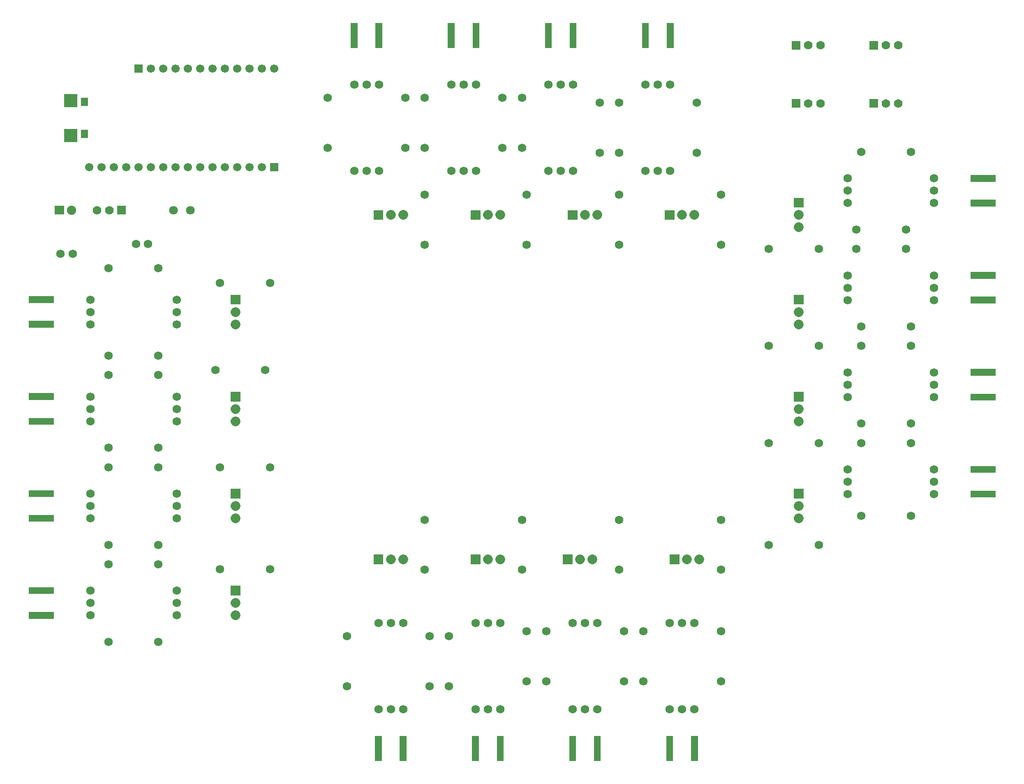
<source format=gbs>
G04 Layer: BottomSolderMaskLayer*
G04 EasyEDA v6.4.17, 2021-03-30T17:38:57--4:00*
G04 bfce05913f904539a0b1be1992e61c7c,10*
G04 Gerber Generator version 0.2*
G04 Scale: 100 percent, Rotated: No, Reflected: No *
G04 Dimensions in millimeters *
G04 leading zeros omitted , absolute positions ,4 integer and 5 decimal *
%FSLAX45Y45*%
%MOMM*%

%ADD38C,2.0032*%
%ADD46C,1.7018*%
%ADD51C,1.7272*%
%ADD53C,1.9032*%
%ADD54C,1.7780*%
%ADD56C,1.8032*%

%LPD*%
D38*
X-1245996Y-11500002D02*
G01*
X-1245996Y-11500002D01*
X-1499996Y-11500002D02*
G01*
X-1499996Y-11500002D01*
X-5245988Y-11500002D02*
G01*
X-5245988Y-11500002D01*
X-5499988Y-11500002D02*
G01*
X-5499988Y-11500002D01*
X-3245993Y-11500002D02*
G01*
X-3245993Y-11500002D01*
X-3499993Y-11500002D02*
G01*
X-3499993Y-11500002D01*
X-3245993Y-18599988D02*
G01*
X-3245993Y-18599988D01*
X-3499993Y-18599988D02*
G01*
X-3499993Y-18599988D01*
X753998Y-11500002D02*
G01*
X753998Y-11500002D01*
X499998Y-11500002D02*
G01*
X499998Y-11500002D01*
X-8700008Y-17753990D02*
G01*
X-8700008Y-17753990D01*
X-8700008Y-17499990D02*
G01*
X-8700008Y-17499990D01*
X2899994Y-17753990D02*
G01*
X2899994Y-17753990D01*
X2899994Y-17499990D02*
G01*
X2899994Y-17499990D01*
X-8700008Y-13753998D02*
G01*
X-8700008Y-13753998D01*
X-8700008Y-13499998D02*
G01*
X-8700008Y-13499998D01*
X853998Y-18599988D02*
G01*
X853998Y-18599988D01*
X599998Y-18599988D02*
G01*
X599998Y-18599988D01*
X-5245988Y-18599988D02*
G01*
X-5245988Y-18599988D01*
X-5499988Y-18599988D02*
G01*
X-5499988Y-18599988D01*
X2900019Y-13753998D02*
G01*
X2900019Y-13753998D01*
X2900019Y-13499998D02*
G01*
X2900019Y-13499998D01*
X-8699931Y-19753910D02*
G01*
X-8699931Y-19753910D01*
X-8699931Y-19499910D02*
G01*
X-8699931Y-19499910D01*
X-1345996Y-18599988D02*
G01*
X-1345996Y-18599988D01*
X-1599996Y-18599988D02*
G01*
X-1599996Y-18599988D01*
X2899994Y-15753994D02*
G01*
X2899994Y-15753994D01*
X2899994Y-15499994D02*
G01*
X2899994Y-15499994D01*
X2900019Y-11754002D02*
G01*
X2900019Y-11754002D01*
X2900019Y-11500002D02*
G01*
X2900019Y-11500002D01*
X-8699931Y-15753918D02*
G01*
X-8699931Y-15753918D01*
X-8699931Y-15499918D02*
G01*
X-8699931Y-15499918D01*
G36*
X-1854200Y-11600179D02*
G01*
X-1854200Y-11399774D01*
X-1653794Y-11399774D01*
X-1653794Y-11600179D01*
G37*
G36*
X-5854192Y-11600179D02*
G01*
X-5854192Y-11399774D01*
X-5653786Y-11399774D01*
X-5653786Y-11600179D01*
G37*
G36*
X-3854195Y-11600179D02*
G01*
X-3854195Y-11399774D01*
X-3653789Y-11399774D01*
X-3653789Y-11600179D01*
G37*
G36*
X-3854195Y-18700241D02*
G01*
X-3854195Y-18499836D01*
X-3653789Y-18499836D01*
X-3653789Y-18700241D01*
G37*
G36*
X145795Y-11600179D02*
G01*
X145795Y-11399774D01*
X346202Y-11399774D01*
X346202Y-11600179D01*
G37*
G36*
X-8800084Y-17346168D02*
G01*
X-8800084Y-17145761D01*
X-8599931Y-17145761D01*
X-8599931Y-17346168D01*
G37*
G36*
X-7984489Y-10601197D02*
G01*
X-7984489Y-10431018D01*
X-7814310Y-10431018D01*
X-7814310Y-10601197D01*
G37*
D46*
G01*
X-8153450Y-10516006D03*
G01*
X-8407450Y-10516006D03*
G01*
X-8661450Y-10516006D03*
G01*
X-8915450Y-10516006D03*
G01*
X-9169450Y-10516006D03*
G01*
X-9423450Y-10516006D03*
G01*
X-9677450Y-10516006D03*
G01*
X-9931450Y-10516006D03*
G01*
X-10185450Y-10516006D03*
G01*
X-10439450Y-10516006D03*
G01*
X-10693450Y-10516006D03*
G01*
X-10947450Y-10516006D03*
G01*
X-11201450Y-10516006D03*
G01*
X-11455450Y-10516006D03*
G01*
X-11709450Y-10516006D03*
G01*
X-7899450Y-8484006D03*
G01*
X-8153450Y-8484006D03*
G01*
X-8407450Y-8484006D03*
G01*
X-8661450Y-8484006D03*
G01*
X-8915450Y-8484006D03*
G01*
X-9169450Y-8484006D03*
G01*
X-9423450Y-8484006D03*
G01*
X-9677450Y-8484006D03*
G01*
X-9931450Y-8484006D03*
G01*
X-10185450Y-8484006D03*
G01*
X-10439450Y-8484006D03*
G36*
X-10778489Y-8569197D02*
G01*
X-10778489Y-8399018D01*
X-10608310Y-8399018D01*
X-10608310Y-8569197D01*
G37*
G36*
X-12225528Y-9995915D02*
G01*
X-12225528Y-9725660D01*
X-11955271Y-9725660D01*
X-11955271Y-9995915D01*
G37*
G36*
X-12225528Y-9274555D02*
G01*
X-12225528Y-9004300D01*
X-11955271Y-9004300D01*
X-11955271Y-9274555D01*
G37*
G36*
X-11881104Y-9251950D02*
G01*
X-11881104Y-9087612D01*
X-11740895Y-9087612D01*
X-11740895Y-9251950D01*
G37*
G36*
X-11881104Y-9912350D02*
G01*
X-11881104Y-9748012D01*
X-11740895Y-9748012D01*
X-11740895Y-9912350D01*
G37*
G36*
X-5315204Y-22760177D02*
G01*
X-5315204Y-22239731D01*
X-5174742Y-22239731D01*
X-5174742Y-22760177D01*
G37*
G36*
X-5825236Y-22760177D02*
G01*
X-5825236Y-22239731D01*
X-5684773Y-22239731D01*
X-5684773Y-22760177D01*
G37*
G36*
X-4325112Y-8060181D02*
G01*
X-4325112Y-7539736D01*
X-4184904Y-7539736D01*
X-4184904Y-8060181D01*
G37*
G36*
X-3815079Y-8060181D02*
G01*
X-3815079Y-7539736D01*
X-3674871Y-7539736D01*
X-3674871Y-8060181D01*
G37*
G36*
X-6325107Y-8060181D02*
G01*
X-6325107Y-7539736D01*
X-6184900Y-7539736D01*
X-6184900Y-8060181D01*
G37*
G36*
X-5815076Y-8060181D02*
G01*
X-5815076Y-7539736D01*
X-5674868Y-7539736D01*
X-5674868Y-8060181D01*
G37*
G36*
X6439915Y-16815054D02*
G01*
X6439915Y-16674845D01*
X6960108Y-16674845D01*
X6960108Y-16815054D01*
G37*
G36*
X6439915Y-17325086D02*
G01*
X6439915Y-17184877D01*
X6960108Y-17184877D01*
X6960108Y-17325086D01*
G37*
G36*
X6439915Y-14815057D02*
G01*
X6439915Y-14674850D01*
X6960108Y-14674850D01*
X6960108Y-14815057D01*
G37*
G36*
X6439915Y-15325089D02*
G01*
X6439915Y-15184881D01*
X6960108Y-15184881D01*
X6960108Y-15325089D01*
G37*
G36*
X6439915Y-12815062D02*
G01*
X6439915Y-12674854D01*
X6960108Y-12674854D01*
X6960108Y-12815062D01*
G37*
G36*
X6439915Y-13325094D02*
G01*
X6439915Y-13184886D01*
X6960108Y-13184886D01*
X6960108Y-13325094D01*
G37*
G36*
X6439915Y-10815065D02*
G01*
X6439915Y-10674858D01*
X6960108Y-10674858D01*
X6960108Y-10815065D01*
G37*
G36*
X6439915Y-11325097D02*
G01*
X6439915Y-11184889D01*
X6960108Y-11184889D01*
X6960108Y-11325097D01*
G37*
G36*
X-2325115Y-8060181D02*
G01*
X-2325115Y-7539736D01*
X-2184907Y-7539736D01*
X-2184907Y-8060181D01*
G37*
G36*
X-1815084Y-8060181D02*
G01*
X-1815084Y-7539736D01*
X-1674876Y-7539736D01*
X-1674876Y-8060181D01*
G37*
G36*
X2799841Y-17346168D02*
G01*
X2799841Y-17145761D01*
X3000247Y-17145761D01*
X3000247Y-17346168D01*
G37*
G36*
X-8800084Y-13346176D02*
G01*
X-8800084Y-13145770D01*
X-8599931Y-13145770D01*
X-8599931Y-13346176D01*
G37*
G36*
X245871Y-18700241D02*
G01*
X245871Y-18499836D01*
X446278Y-18499836D01*
X446278Y-18700241D01*
G37*
G36*
X-5854192Y-18700241D02*
G01*
X-5854192Y-18499836D01*
X-5653786Y-18499836D01*
X-5653786Y-18700241D01*
G37*
G36*
X2799841Y-13346176D02*
G01*
X2799841Y-13145770D01*
X3000247Y-13145770D01*
X3000247Y-13346176D01*
G37*
G36*
X-8800084Y-19346163D02*
G01*
X-8800084Y-19145758D01*
X-8599678Y-19145758D01*
X-8599678Y-19346163D01*
G37*
G36*
X-1954276Y-18700241D02*
G01*
X-1954276Y-18499836D01*
X-1753870Y-18499836D01*
X-1753870Y-18700241D01*
G37*
G36*
X2799841Y-15346171D02*
G01*
X2799841Y-15145766D01*
X3000247Y-15145766D01*
X3000247Y-15346171D01*
G37*
G36*
X2799841Y-11346179D02*
G01*
X2799841Y-11145774D01*
X3000247Y-11145774D01*
X3000247Y-11346179D01*
G37*
G36*
X-8800084Y-15346171D02*
G01*
X-8800084Y-15145766D01*
X-8599678Y-15145766D01*
X-8599678Y-15346171D01*
G37*
D51*
G01*
X-11689003Y-19246011D03*
G01*
X-11689003Y-19500011D03*
G01*
X-11689003Y-19754011D03*
G01*
X-9911003Y-19246011D03*
G01*
X-9911003Y-19500011D03*
G01*
X-9911003Y-19754011D03*
G01*
X-11689003Y-15245994D03*
G01*
X-11689003Y-15499994D03*
G01*
X-11689003Y-15753994D03*
G01*
X-9911003Y-15245994D03*
G01*
X-9911003Y-15499994D03*
G01*
X-9911003Y-15753994D03*
G01*
X-5754115Y-21689059D03*
G01*
X-5500115Y-21689059D03*
G01*
X-5246115Y-21689059D03*
G01*
X-5754115Y-19911059D03*
G01*
X-5500115Y-19911059D03*
G01*
X-5246115Y-19911059D03*
G01*
X254000Y-8811005D03*
G01*
X0Y-8811005D03*
G01*
X-254000Y-8811005D03*
G01*
X254000Y-10589005D03*
G01*
X0Y-10589005D03*
G01*
X-254000Y-10589005D03*
G01*
X-11689079Y-17246091D03*
G01*
X-11689079Y-17500091D03*
G01*
X-11689079Y-17754091D03*
G01*
X-9911079Y-17246091D03*
G01*
X-9911079Y-17500091D03*
G01*
X-9911079Y-17754091D03*
G01*
X-3754120Y-21689059D03*
G01*
X-3500120Y-21689059D03*
G01*
X-3246120Y-21689059D03*
G01*
X-3754120Y-19911059D03*
G01*
X-3500120Y-19911059D03*
G01*
X-3246120Y-19911059D03*
G01*
X-1754123Y-21689059D03*
G01*
X-1500123Y-21689059D03*
G01*
X-1246123Y-21689059D03*
G01*
X-1754123Y-19911059D03*
G01*
X-1500123Y-19911059D03*
G01*
X-1246123Y-19911059D03*
G01*
X5689091Y-17253966D03*
G01*
X5689091Y-16999966D03*
G01*
X5689091Y-16745966D03*
G01*
X3911091Y-17253966D03*
G01*
X3911091Y-16999966D03*
G01*
X3911091Y-16745966D03*
G01*
X-1745995Y-8811005D03*
G01*
X-1999995Y-8811005D03*
G01*
X-2253995Y-8811005D03*
G01*
X-1745995Y-10589005D03*
G01*
X-1999995Y-10589005D03*
G01*
X-2253995Y-10589005D03*
G01*
X5689091Y-11253978D03*
G01*
X5689091Y-10999978D03*
G01*
X5689091Y-10745978D03*
G01*
X3911091Y-11253978D03*
G01*
X3911091Y-10999978D03*
G01*
X3911091Y-10745978D03*
G01*
X5689091Y-15253970D03*
G01*
X5689091Y-14999970D03*
G01*
X5689091Y-14745970D03*
G01*
X3911091Y-15253970D03*
G01*
X3911091Y-14999970D03*
G01*
X3911091Y-14745970D03*
G01*
X-11689079Y-13246100D03*
G01*
X-11689079Y-13500100D03*
G01*
X-11689079Y-13754100D03*
G01*
X-9911079Y-13246100D03*
G01*
X-9911079Y-13500100D03*
G01*
X-9911079Y-13754100D03*
G01*
X5689091Y-13253974D03*
G01*
X5689091Y-12999974D03*
G01*
X5689091Y-12745974D03*
G01*
X3911091Y-13253974D03*
G01*
X3911091Y-12999974D03*
G01*
X3911091Y-12745974D03*
G01*
X-5745987Y-8811005D03*
G01*
X-5999987Y-8811005D03*
G01*
X-6253987Y-8811005D03*
G01*
X-5745987Y-10589005D03*
G01*
X-5999987Y-10589005D03*
G01*
X-6253987Y-10589005D03*
G01*
X-3745992Y-8811005D03*
G01*
X-3999992Y-8811005D03*
G01*
X-4253992Y-8811005D03*
G01*
X-3745992Y-10589005D03*
G01*
X-3999992Y-10589005D03*
G01*
X-4253992Y-10589005D03*
G01*
X246126Y-21689059D03*
G01*
X500126Y-21689059D03*
G01*
X754126Y-21689059D03*
G01*
X246126Y-19911059D03*
G01*
X500126Y-19911059D03*
G01*
X754126Y-19911059D03*
G36*
X-325120Y-8060181D02*
G01*
X-325120Y-7539989D01*
X-184912Y-7539989D01*
X-184912Y-8060181D01*
G37*
G36*
X184912Y-8060181D02*
G01*
X184912Y-7539989D01*
X325120Y-7539989D01*
X325120Y-8060181D01*
G37*
G36*
X-3315207Y-22760177D02*
G01*
X-3315207Y-22239986D01*
X-3175000Y-22239986D01*
X-3175000Y-22760177D01*
G37*
G36*
X-3825239Y-22760177D02*
G01*
X-3825239Y-22239986D01*
X-3685031Y-22239986D01*
X-3685031Y-22760177D01*
G37*
G36*
X-1315212Y-22760177D02*
G01*
X-1315212Y-22239986D01*
X-1175004Y-22239986D01*
X-1175004Y-22760177D01*
G37*
G36*
X-1825244Y-22760177D02*
G01*
X-1825244Y-22239986D01*
X-1685036Y-22239986D01*
X-1685036Y-22760177D01*
G37*
G36*
X684784Y-22760177D02*
G01*
X684784Y-22239731D01*
X825245Y-22239731D01*
X825245Y-22760177D01*
G37*
G36*
X174752Y-22760177D02*
G01*
X174752Y-22239731D01*
X315213Y-22239731D01*
X315213Y-22760177D01*
G37*
G36*
X-12960095Y-19825208D02*
G01*
X-12960095Y-19684745D01*
X-12439650Y-19684745D01*
X-12439650Y-19825208D01*
G37*
G36*
X-12960095Y-19315175D02*
G01*
X-12960095Y-19174968D01*
X-12439650Y-19174968D01*
X-12439650Y-19315175D01*
G37*
G36*
X-12960095Y-17825211D02*
G01*
X-12960095Y-17685004D01*
X-12439904Y-17685004D01*
X-12439904Y-17825211D01*
G37*
G36*
X-12960095Y-17315179D02*
G01*
X-12960095Y-17174972D01*
X-12439904Y-17174972D01*
X-12439904Y-17315179D01*
G37*
G36*
X-12960095Y-15825216D02*
G01*
X-12960095Y-15684754D01*
X-12439650Y-15684754D01*
X-12439650Y-15825216D01*
G37*
G36*
X-12960095Y-15315184D02*
G01*
X-12960095Y-15174976D01*
X-12439650Y-15174976D01*
X-12439650Y-15315184D01*
G37*
G36*
X-12960095Y-13825220D02*
G01*
X-12960095Y-13685012D01*
X-12439904Y-13685012D01*
X-12439904Y-13825220D01*
G37*
G36*
X-12960095Y-13315187D02*
G01*
X-12960095Y-13174979D01*
X-12439904Y-13174979D01*
X-12439904Y-13315187D01*
G37*
G01*
X-12050013Y-12300000D03*
G01*
X-12300000Y-12300000D03*
G01*
X-10749991Y-12100001D03*
G01*
X-10500004Y-12100001D03*
G36*
X-12422124Y-11488928D02*
G01*
X-12422124Y-11311128D01*
X-12231624Y-11311128D01*
X-12231624Y-11488928D01*
G37*
D53*
G01*
X-12072874Y-11400028D03*
D54*
G01*
X-11553952Y-11400028D03*
G01*
X-11299952Y-11400028D03*
G36*
X-11134852Y-11488928D02*
G01*
X-11134852Y-11311128D01*
X-10957052Y-11311128D01*
X-10957052Y-11488928D01*
G37*
G01*
X3354070Y-7999984D03*
G01*
X3100070Y-7999984D03*
G36*
X2757170Y-8088884D02*
G01*
X2757170Y-7911084D01*
X2934970Y-7911084D01*
X2934970Y-8088884D01*
G37*
G01*
X3354070Y-9199879D03*
G01*
X3100070Y-9199879D03*
G36*
X2757170Y-9288779D02*
G01*
X2757170Y-9110979D01*
X2934970Y-9110979D01*
X2934970Y-9288779D01*
G37*
G01*
X4954015Y-9199879D03*
G01*
X4700015Y-9199879D03*
G36*
X4357115Y-9288779D02*
G01*
X4357115Y-9110979D01*
X4534915Y-9110979D01*
X4534915Y-9288779D01*
G37*
G01*
X4954015Y-7999984D03*
G01*
X4700015Y-7999984D03*
G36*
X4357115Y-8088884D02*
G01*
X4357115Y-7911084D01*
X4534915Y-7911084D01*
X4534915Y-8088884D01*
G37*
D56*
G01*
X-9624999Y-11400002D03*
G01*
X-9975011Y-11400002D03*
D51*
G01*
X1299997Y-12115012D03*
G01*
X1299997Y-11084991D03*
G01*
X-799998Y-12115012D03*
G01*
X-799998Y-11084991D03*
G01*
X-2699994Y-11084991D03*
G01*
X-2699994Y-12115012D03*
G01*
X-4799990Y-11084991D03*
G01*
X-4799990Y-12115012D03*
G01*
X2284984Y-18300014D03*
G01*
X3315004Y-18300014D03*
G01*
X3315004Y-16199993D03*
G01*
X2284984Y-16199993D03*
G01*
X2284984Y-14199996D03*
G01*
X3315004Y-14199996D03*
G01*
X3315004Y-12200001D03*
G01*
X2284984Y-12200001D03*
G01*
X-4799990Y-18814999D03*
G01*
X-4799990Y-17785003D03*
G01*
X-2799994Y-18814999D03*
G01*
X-2799994Y-17785003D03*
G01*
X-799998Y-17785003D03*
G01*
X-799998Y-18814999D03*
G01*
X1299997Y-17785003D03*
G01*
X1299997Y-18814999D03*
G01*
X-9014942Y-18799911D03*
G01*
X-7984921Y-18799911D03*
G01*
X-9015018Y-16699992D03*
G01*
X-7984997Y-16699992D03*
G01*
X-9114942Y-14699919D03*
G01*
X-8084921Y-14699919D03*
G01*
X-9015018Y-12899999D03*
G01*
X-7984997Y-12899999D03*
G01*
X-11315090Y-12599924D03*
G01*
X-10285069Y-12599924D03*
G01*
X799998Y-9184995D03*
G01*
X799998Y-10215016D03*
G01*
X-799998Y-9184995D03*
G01*
X-799998Y-10215016D03*
G01*
X-1199997Y-9184995D03*
G01*
X-1199997Y-10215016D03*
G01*
X-2799994Y-9084995D03*
G01*
X-2799994Y-10115016D03*
G01*
X-3199993Y-9084995D03*
G01*
X-3199993Y-10115016D03*
G01*
X-4799990Y-9084995D03*
G01*
X-4799990Y-10115016D03*
G01*
X-5199989Y-9084995D03*
G01*
X-5199989Y-10115016D03*
G01*
X-6799986Y-9084995D03*
G01*
X-6799986Y-10115016D03*
G01*
X5215000Y-17699990D03*
G01*
X4184980Y-17699990D03*
G01*
X5215000Y-16199993D03*
G01*
X4184980Y-16199993D03*
G01*
X5215000Y-15799993D03*
G01*
X4184980Y-15799993D03*
G01*
X5215000Y-14199996D03*
G01*
X4184980Y-14199996D03*
G01*
X5215000Y-13799997D03*
G01*
X4184980Y-13799997D03*
G01*
X5115001Y-12200001D03*
G01*
X4084980Y-12200001D03*
G01*
X5115001Y-11800001D03*
G01*
X4084980Y-11800001D03*
G01*
X5215000Y-10200004D03*
G01*
X4184980Y-10200004D03*
G01*
X-6399987Y-21215019D03*
G01*
X-6399987Y-20184999D03*
G01*
X-4699990Y-21215019D03*
G01*
X-4699990Y-20184999D03*
G01*
X-4299991Y-21215019D03*
G01*
X-4299991Y-20184999D03*
G01*
X-2699994Y-21115020D03*
G01*
X-2699994Y-20084999D03*
G01*
X-2299995Y-21115020D03*
G01*
X-2299995Y-20084999D03*
G01*
X-699998Y-21115020D03*
G01*
X-699998Y-20084999D03*
G01*
X-299999Y-21115020D03*
G01*
X-299999Y-20084999D03*
G01*
X1299997Y-21115020D03*
G01*
X1299997Y-20084999D03*
G01*
X-11315014Y-20300010D03*
G01*
X-10284993Y-20300010D03*
G01*
X-11315014Y-18700013D03*
G01*
X-10284993Y-18700013D03*
G01*
X-11315014Y-18300014D03*
G01*
X-10284993Y-18300014D03*
G01*
X-11315014Y-16699992D03*
G01*
X-10284993Y-16699992D03*
G01*
X-11315014Y-16299992D03*
G01*
X-10284993Y-16299992D03*
G01*
X-11315014Y-14799995D03*
G01*
X-10284993Y-14799995D03*
G01*
X-11315090Y-14400021D03*
G01*
X-10285069Y-14400021D03*
M02*

</source>
